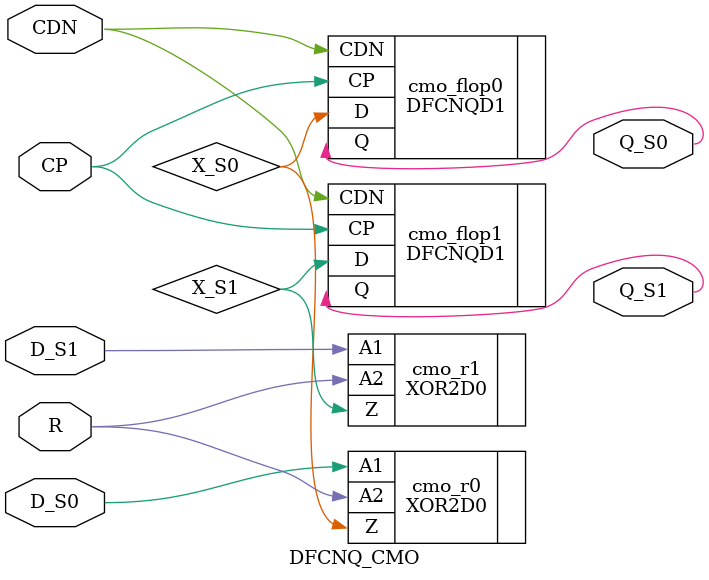
<source format=v>
`default_nettype none

module XOR2_CMO(
  input wire A1_S0,
  input wire A1_S1,
  input wire A2_S0,
  input wire A2_S1,
  output wire Z_S0,
  output wire Z_S1
);
  XOR2D0 cmo_xor0(.A1(A1_S0), .A2(A2_S0), .Z(Z_S0));
  XOR2D0 cmo_xor1(.A1(A1_S1), .A2(A2_S1), .Z(Z_S1));
endmodule

module INV_CMO(
  input wire I_S0,
  input wire I_S1,
  output wire ZN_S0,
  output wire ZN_S1
);
  INVD0  cmo_inv0(.I(I_S0), .ZN(ZN_S0));
  BUFFD0 cmo_buf0(.I(I_S1), .Z(ZN_S1));
endmodule

// From: Biryukov2018
module AN2_CMO(
  input wire A1_S0,
  input wire A1_S1,
  input wire A2_S0,
  input wire A2_S1,
  output wire Z_S0,
  output wire Z_S1
);
  wire X1, X2, Y1, Y2;

  wire Y2N;
  wire X1_AN_Y1, X1_OR_Y2N;
  wire X2_AN_Y1, X2_OR_Y2N;

  assign X1 = A1_S0;
  assign X2 = A1_S1;
  assign Y1 = A2_S0;
  assign Y2 = A2_S1;

  INVD0  g0(.I(Y2), .ZN(Y2N));

  // z1 = (x1 & y1) xor (x1 | ~y2)
  AN2D0  cmo_and0(.A1(X1),       .A2(Y1),        .Z(X1_AN_Y1));
  OR2D0  cmo_or0(.A1(X1),       .A2(Y2N),       .Z(X1_OR_Y2N));
  XOR2D0 cmo_xor0(.A1(X1_AN_Y1), .A2(X1_OR_Y2N), .Z(Z_S0));

  // z2 = (x2 & y1) xor (x2 | ~y2)
  AN2D0  cmo_and1(.A1(X2),       .A2(Y1),        .Z(X2_AN_Y1));
  OR2D0  cmo_or1(.A1(X2),       .A2(Y2N),       .Z(X2_OR_Y2N));
  XOR2D0 cmo_xor1(.A1(X2_AN_Y1), .A2(X2_OR_Y2N), .Z(Z_S1));
endmodule

// From: Biryukov2018
module OR2_CMO(
  input wire A1_S0,
  input wire A1_S1,
  input wire A2_S0,
  input wire A2_S1,
  output wire Z_S0,
  output wire Z_S1
);
  wire X1, X2, Y1, Y2;
  wire X1_AN_Y1, X1_OR_Y2;
  wire X2_OR_Y1, X2_AN_Y2;

  assign X1 = A1_S0;
  assign X2 = A1_S1;
  assign Y1 = A2_S0;
  assign Y2 = A2_S1;

  // z1 = (x1 & y1) xor (x1 | y2)
  AN2D0  cmo_and0(.A1(X1),       .A2(Y1),       .Z(X1_AN_Y1));
  OR2D0  cmo_or0(.A1(X1),       .A2(Y2),       .Z(X1_OR_Y2));
  XOR2D0 cmo_xor0(.A1(X1_AN_Y1), .A2(X1_OR_Y2), .Z(Z_S0));

  // z2 = (x2 | y1) xor (x2 & y2)
  OR2D0  cmo_or1(.A1(X2),       .A2(Y1),       .Z(X2_OR_Y1));
  AN2D0  cmo_and1(.A1(X2),       .A2(Y2),       .Z(X2_AN_Y2));
  XOR2D0 cmo_xor1(.A1(X2_OR_Y1), .A2(X2_AN_Y2), .Z(Z_S1));
endmodule

module DFCNQ_CMO(
  input wire CP,
  input wire CDN,
  input wire D_S0,
  input wire D_S1,
  input wire R,
  output wire Q_S0,
  output wire Q_S1
);
  wire X_S0, X_S1;
  XOR2D0 cmo_r0(.A1(D_S0), .A2(R), .Z(X_S0));
  XOR2D0 cmo_r1(.A1(D_S1), .A2(R), .Z(X_S1));

  DFCNQD1 cmo_flop0(.CP(CP), .CDN(CDN), .D(X_S0), .Q(Q_S0));
  DFCNQD1 cmo_flop1(.CP(CP), .CDN(CDN), .D(X_S1), .Q(Q_S1));
endmodule


</source>
